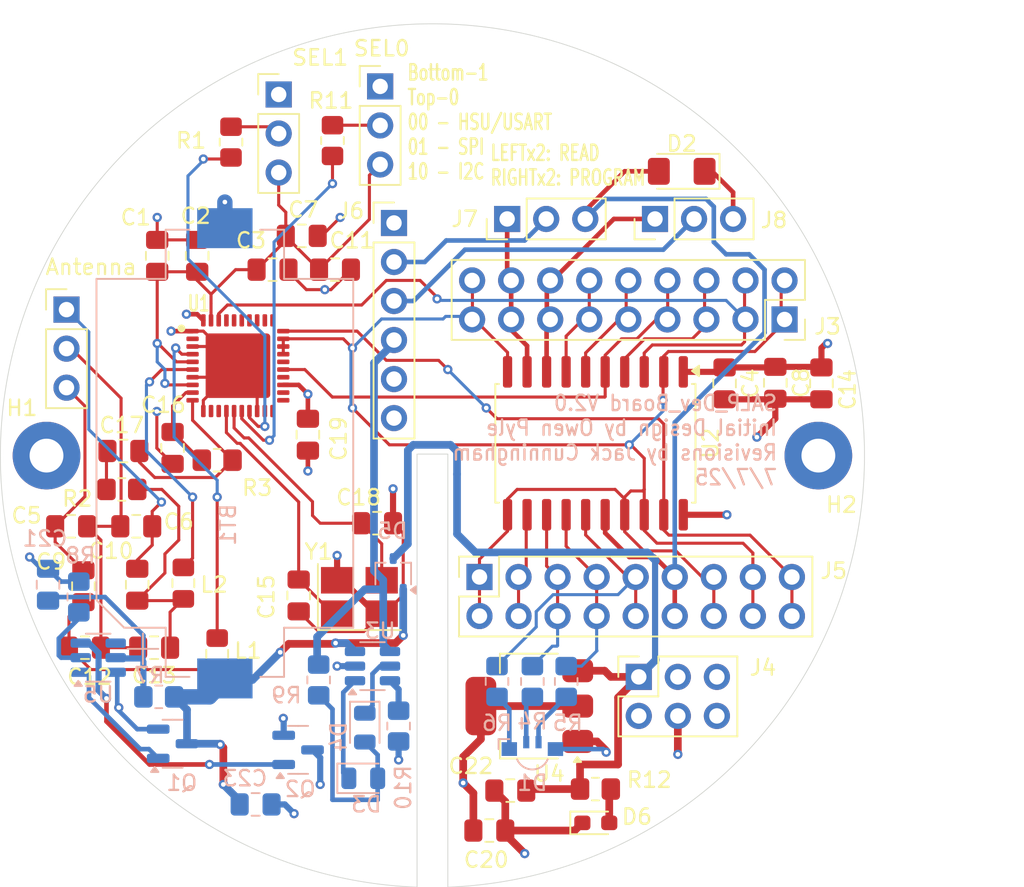
<source format=kicad_pcb>
(kicad_pcb (version 20240108) (generator "pcbnew") (generator_version "8.0")
  (title_block (date "2025-07-02"))
  (layers (0 "F.Cu" signal "Front_Signal") (1 "In1.Cu" power) (2 "In2.Cu" power) (31 "B.Cu" signal "Back_Signal") (34 "B.Paste" user) (35 "F.Paste" user) (36 "B.SilkS" user "B.Silkscreen") (37 "F.SilkS" user "F.Silkscreen") (38 "B.Mask" user) (39 "F.Mask" user) (44 "Edge.Cuts" user))
  (net 0 "")
  (net 1 "GND")
  (net 2 "+BAT")
  (net 3 "VCC")
  (net 4 "/VMID")
  (net 5 "/RX")
  (net 6 "/OSCIN")
  (net 7 "/OSCOUT")
  (net 8 "+3.3V")
  (net 9 "/PA0")
  (net 10 "Net-(D2-K)")
  (net 11 "Net-(D3-K)")
  (net 12 "/PB3")
  (net 13 "/PA5")
  (net 14 "/PA7")
  (net 15 "/PB2")
  (net 16 "/PA6")
  (net 17 "/PB4")
  (net 18 "/PB5")
  (net 19 "/PC3")
  (net 20 "/PC0")
  (net 21 "/PA3")
  (net 22 "/M_SCL")
  (net 23 "/PC2")
  (net 24 "/PC1")
  (net 25 "/V_USB")
  (net 26 "/TX1")
  (net 27 "/TX2")
  (net 28 "Net-(Q1-G)")
  (net 29 "Net-(Q2-G)")
  (net 30 "/AVDD")
  (net 31 "Net-(J1-Pin_2)")
  (net 32 "Net-(J1-Pin_3)")
  (net 33 "Net-(J1-Pin_1)")
  (net 34 "Net-(C12-Pad1)")
  (net 35 "Net-(C10-Pad2)")
  (net 36 "Net-(C17-Pad1)")
  (net 37 "Net-(U5-VCC)")
  (net 38 "Net-(D1-G)")
  (net 39 "Net-(D1-B)")
  (net 40 "Net-(D1-R)")
  (net 41 "Net-(D3-A)")
  (net 42 "Net-(D4-K)")
  (net 43 "Net-(D6-A)")
  (net 46 "Net-(J6-Pin_3)")
  (net 47 "Net-(J6-Pin_2)")
  (net 48 "Net-(J9-Pin_2)")
  (net 49 "Net-(J10-Pin_2)")
  (net 50 "/I1")
  (net 51 "Net-(U5-CS)")
  (net 52 "Net-(U3-PROG)")
  (net 53 "/I0")
  (footprint "Connector_PinSocket_2.54mm:PinSocket_2x09_P2.54mm_Vertical" (layer "F.Cu") (at 192.9 81.14 -90)
    (property "Reference" "J3")
    (property "Value" "ATTINY3226" (hide yes))
  )
  (footprint "Capacitor_SMD:C_0805_2012Metric_Pad1.18x1.45mm_HandSolder" (layer "F.Cu") (at 150.7375 94.6)
    (property "Reference" "C6")
    (property "Value" "200p")
  )
  (footprint "Connector_PinHeader_2.54mm:PinHeader_1x06_P2.54mm_Vertical" (layer "F.Cu") (at 167.5 74.86)
    (property "Reference" "J6")
    (property "Value" "~")
  )
  (footprint "Capacitor_SMD:C_0805_2012Metric_Pad1.18x1.45mm_HandSolder" (layer "F.Cu") (at 175.063486 111.8 180)
    (property "Reference" "C22")
    (property "Value" "100nF")
  )
  (footprint "MountingHole:MountingHole_2.2mm_M2_Pad" (layer "F.Cu") (at 195.1 90)
    (property "Reference" "H2")
    (property "Value" "MountingHole_Pad" (hide yes))
  )
  (footprint "Capacitor_SMD:C_0805_2012Metric_Pad1.18x1.45mm_HandSolder" (layer "F.Cu") (at 195.3 85.3 -90)
    (property "Reference" "C14")
    (property "Value" "1uF")
  )
  (footprint "PN532:QFN40G-0.5-6X6MM" (layer "F.Cu") (at 157.35 84.15)
    (property "Reference" "U1")
    (property "Value" "PN5321A3HN/C106_55")
  )
  (footprint "Capacitor_SMD:C_0805_2012Metric_Pad1.18x1.45mm_HandSolder" (layer "F.Cu") (at 150.8 98.4 -90)
    (property "Reference" "C10")
    (property "Value" "22p")
  )
  (footprint "Capacitor_SMD:C_0805_2012Metric_Pad1.18x1.45mm_HandSolder" (layer "F.Cu") (at 146.5 94.6)
    (property "Reference" "C5")
    (property "Value" "200p")
  )
  (footprint "Resistor_SMD:R_0805_2012Metric_Pad1.20x1.40mm_HandSolder" (layer "F.Cu") (at 163.5 69.5 -90)
    (property "Reference" "R11")
    (property "Value" "1k")
  )
  (footprint "Capacitor_SMD:C_0805_2012Metric_Pad1.18x1.45mm_HandSolder" (layer "F.Cu") (at 163.6625 77.9)
    (property "Reference" "C11")
    (property "Value" "4.7uF")
  )
  (footprint "Capacitor_SMD:C_0805_2012Metric_Pad1.18x1.45mm_HandSolder" (layer "F.Cu") (at 166.4 94.4)
    (property "Reference" "C18")
    (property "Value" "22pF")
  )
  (footprint "Inductor_SMD:L_0805_2012Metric_Pad1.15x1.40mm_HandSolder" (layer "F.Cu") (at 153.8 98.3 90)
    (property "Reference" "L2")
    (property "Value" "560nH")
  )
  (footprint "Capacitor_SMD:C_0805_2012Metric_Pad1.18x1.45mm_HandSolder" (layer "F.Cu") (at 161.5 75.7)
    (property "Reference" "C7")
    (property "Value" "100nF")
  )
  (footprint "Capacitor_SMD:C_0805_2012Metric_Pad1.18x1.45mm_HandSolder" (layer "F.Cu") (at 159.6 77.9)
    (property "Reference" "C3")
    (property "Value" "4.7uF")
  )
  (footprint "Connector_PinHeader_2.54mm:PinHeader_1x03_P2.54mm_Vertical" (layer "F.Cu") (at 146.2 80.5)
    (property "Reference" "Antenna")
    (property "Value" "Antenna")
  )
  (footprint "Capacitor_SMD:C_0805_2012Metric_Pad1.18x1.45mm_HandSolder" (layer "F.Cu") (at 147.3 98.5 -90)
    (property "Reference" "C9")
    (property "Value" "22p")
  )
  (footprint "Resistor_SMD:R_0805_2012Metric_Pad1.20x1.40mm_HandSolder" (layer "F.Cu") (at 156 90.3)
    (property "Reference" "R3")
    (property "Value" "1K")
  )
  (footprint "Resistor_SMD:R_0805_2012Metric_Pad1.20x1.40mm_HandSolder" (layer "F.Cu") (at 149.8 92.2 180)
    (property "Reference" "R2")
    (property "Value" "2.7K")
  )
  (footprint "Capacitor_SMD:C_0805_2012Metric_Pad1.18x1.45mm_HandSolder" (layer "F.Cu") (at 189 85.3 -90)
    (property "Reference" "C4")
    (property "Value" "10nF")
  )
  (footprint "Connector_PinHeader_2.54mm:PinHeader_1x03_P2.54mm_Vertical" (layer "F.Cu") (at 166.6 65.975)
    (property "Reference" "SEL0")
    (property "Value" "COMM_SEL_0")
  )
  (footprint "Resistor_SMD:R_0805_2012Metric_Pad1.20x1.40mm_HandSolder" (layer "F.Cu") (at 156.9 69.6 -90)
    (property "Reference" "R1")
    (property "Value" "1k")
  )
  (footprint "Connector_PinHeader_2.54mm:PinHeader_1x03_P2.54mm_Vertical" (layer "F.Cu") (at 174.86 74.6 90)
    (property "Reference" "J7")
    (property "Value" "READ/WRITE")
  )
  (footprint "Capacitor_SMD:C_0805_2012Metric_Pad1.18x1.45mm_HandSolder" (layer "F.Cu") (at 173.7 114.4)
    (property "Reference" "C20")
    (property "Value" "10uF")
  )
  (footprint "Capacitor_SMD:C_0805_2012Metric_Pad1.18x1.45mm_HandSolder" (layer "F.Cu") (at 149.9 89.7)
    (property "Reference" "C17")
    (property "Value" "1n")
  )
  (footprint "Inductor_SMD:L_0805_2012Metric_Pad1.15x1.40mm_HandSolder" (layer "F.Cu") (at 156 102.9 90)
    (property "Reference" "L1")
    (property "Value" "560nH")
  )
  (footprint "Diode_SMD:D_1206_3216Metric_Pad1.42x1.75mm_HandSolder" (layer "F.Cu") (at 186.2125 71.5 180)
    (property "Reference" "D2")
    (property "Value" "BZS55C5V1" (hide yes))
  )
  (footprint "LED_SMD:LED_0603_1608Metric_Pad1.05x0.95mm_HandSolder" (layer "F.Cu") (at 180.625 113.9)
    (property "Reference" "D6")
    (property "Value" "LED")
  )
  (footprint "Crystal:Crystal_SMD_SeikoEpson_TSX3225-4Pin_3.2x2.5mm_HandSoldering" (layer "F.Cu") (at 165.25 99.2)
    (property "Reference" "Y1")
    (property "Value" "27.12 MHz")
  )
  (footprint "Resistor_SMD:R_0805_2012Metric_Pad1.20x1.40mm_HandSolder" (layer "F.Cu") (at 180.6 111.7)
    (property "Reference" "R12")
    (property "Value" "560")
  )
  (footprint "Capacitor_SMD:C_0805_2012Metric_Pad1.18x1.45mm_HandSolder" (layer "F.Cu") (at 161.3 99.1 -90)
    (property "Reference" "C15")
    (property "Value" "22pF")
  )
  (footprint "Package_TO_SOT_SMD:SOT-223-3_TabPin2" (layer "F.Cu") (at 176.3 106.3 180)
    (property "Reference" "U4")
    (property "Value" "LD1117S33TR")
  )
  (footprint "Capacitor_SMD:C_0805_2012Metric_Pad1.18x1.45mm_HandSolder" (layer "F.Cu") (at 192.3 85.2625 -90)
    (property "Reference" "C8")
    (property "Value" "100nF")
  )
  (footprint "Capacitor_SMD:C_0805_2012Metric_Pad1.18x1.45mm_HandSolder" (layer "F.Cu") (at 161.9 88.6375 90)
    (property "Reference" "C19")
    (property "Value" "100nF")
  )
  (footprint "Capacitor_SMD:C_0805_2012Metric_Pad1.18x1.45mm_HandSolder" (layer "F.Cu") (at 147.4 102.5)
    (property "Reference" "C12")
    (property "Value" "220p")
  )
  (footprint "Connector_PinHeader_2.54mm:PinHeader_1x03_P2.54mm_Vertical" (layer "F.Cu") (at 160 66.5)
    (property "Reference" "SEL1")
    (property "Value" "COMM_SEL_1")
  )
  (footprint "Capacitor_SMD:C_0805_2012Metric_Pad1.18x1.45mm_HandSolder" (layer "F.Cu") (at 152.1 77 90)
    (property "Reference" "C1")
    (property "Value" "100 nF")
  )
  (footprint "Capacitor_SMD:C_0805_2012Metric_Pad1.18x1.45mm_HandSolder" (layer "F.Cu") (at 153.1 89.5 -90)
    (property "Reference" "C16")
    (property "Value" ".1u")
  )
  (footprint "Capacitor_SMD:C_0805_2012Metric_Pad1.18x1.45mm_HandSolder" (layer "F.Cu") (at 154.7 77 90)
    (property "Reference" "C2")
    (property "Value" "100 nF")
  )
  (footprint "Connector_PinSocket_2.54mm:PinSocket_2x03_P2.54mm_Vertical" (layer "F.Cu") (at 183.42 104.4 90)
    (property "Reference" "J4")
    (property "Value" "POWER")
  )
  (footprint "MountingHole:MountingHole_2.2mm_M2_Pad" (layer "F.Cu") (at 144.9 90)
    (property "Reference" "H1")
    (property "Value" "MountingHole_Pad" (hide yes))
  )
  (footprint "Connector_PinSocket_2.54mm:PinSocket_2x09_P2.54mm_Vertical" (layer "F.Cu") (at 173.06 97.9 90)
    (property "Reference" "J5")
    (property "Value" "ATTINY3226" (hide yes))
  )
  (footprint "Capacitor_SMD:C_0805_2012Metric_Pad1.18x1.45mm_HandSolder" (layer "F.Cu") (at 151.9 102.5)
    (property "Reference" "C13")
    (property "Value" "220p")
  )
  (footprint "Connector_PinHeader_2.54mm:PinHeader_1x03_P2.54mm_Vertical" (layer "F.Cu") (at 184.475 74.6 90)
    (property "Reference" "J8")
    (property "Value" "READ/WRITE" (hide yes))
  )
  (footprint "Package_SO:SOIC-20W_7.5x12.8mm_P1.27mm" (layer "F.Cu") (at 180.6 89.2 -90)
    (property "Reference" "U2")
    (property "Value" "ATtiny3226-S" (hide yes))
  )
  (footprint "Resistor_SMD:R_0805_2012Metric_Pad1.20x1.40mm_HandSolder" (layer "B.Cu") (at 162.6 104.6 90)
    (property "Reference" "R9")
    (property "Value" "1k")
  )
  (footprint "Battery:BatteryHolder_Keystone_1060_1x2032" (layer "B.Cu") (at 156.5 89.85 90)
    (property "Reference" "BT1")
    (property "Value" "Battery")
  )
  (footprint "Resistor_SMD:R_0805_2012Metric_Pad1.20x1.40mm_HandSolder" (layer "B.Cu") (at 167.8 107.6 90)
    (property "Reference" "R10")
    (property "Value" "3.9k")
  )
  (footprint "LED_SMD:LED_0805_2012Metric" (layer "B.Cu") (at 165.5 111)
    (property "Reference" "D3")
    (property "Value" "LED")
  )
  (footprint "LED_SMD:LED_0805_2012Metric" (layer "B.Cu") (at 165.6 107.7 -90)
    (property "Reference" "D4")
    (property "Value" "LED")
  )
  (footprint "Package_TO_SOT_SMD:SOT-23" (layer "B.Cu") (at 153.1 108.75)
    (property "Reference" "Q1")
    (property "Value" "IRLML6402")
  )
  (footprint "LED_SMD:LED_Kingbright_APFA3010_3x1.5mm_Horizontal" (layer "B.Cu") (at 176.5 109.098223)
    (property "Reference" "D1")
    (property "Value" "APFA3010")
  )
  (footprint "Resistor_SMD:R_0805_2012Metric_Pad1.20x1.40mm_HandSolder" (layer "B.Cu") (at 147 99.2 -90)
    (property "Reference" "R8")
    (property "Value" "1k")
  )
  (footprint "Package_TO_SOT_SMD:SOT-323_SC-70" (layer "B.Cu") (at 167.45 97.7 90)
    (property "Reference" "D5")
    (property "Value" "BAT54CW")
  )
  (footprint "Resistor_SMD:R_0805_2012Metric_Pad1.20x1.40mm_HandSolder" (layer "B.Cu") (at 178.7 104.700001 90)
    (property "Reference" "R5")
    (property "Value" "10")
  )
  (footprint "Package_TO_SOT_SMD:TSOT-23-6" (layer "B.Cu") (at 166.1 103.7)
    (property "Reference" "U3")
    (property "Value" "TP4057")
  )
  (footprint "Package_TO_SOT_SMD:SOT-23" (layer "B.Cu") (at 161.2625 109.15)
    (property "Reference" "Q2")
    (property "Value" "IRLML6402")
  )
  (footprint "Capacitor_SMD:C_0805_2012Metric_Pad1.18x1.45mm_HandSolder" (layer "B.Cu") (at 158.5 112.7 180)
    (property "Reference" "C23")
    (property "Value" "10 uF")
  )
  (footprint "Resistor_SMD:R_0805_2012Metric_Pad1.20x1.40mm_HandSolder" (layer "B.Cu") (at 176.5 104.700001 90)
    (property "Reference" "R4")
    (property "Value" "10")
  )
  (footprint "Package_TO_SOT_SMD:SOT-23-6" (layer "B.Cu") (at 148.2625 103.15)
    (property "Reference" "U5")
    (property "Value" "DW01A")
  )
  (footprint "Resistor_SMD:R_0805_2012Metric_Pad1.20x1.40mm_HandSolder" (layer "B.Cu") (at 174.2 104.700001 90)
    (property "Reference" "R6")
    (property "Value" "68")
  )
  (footprint "Capacitor_SMD:C_0805_2012Metric_Pad1.18x1.45mm_HandSolder" (layer "B.Cu") (at 145 98.4 -90)
    (property "Reference" "C21")
    (property "Value" "0.1 uF")
  )
  (footprint "Resistor_SMD:R_0805_2012Metric_Pad1.20x1.40mm_HandSolder" (layer "B.Cu") (at 152.2 105.7 180)
    (property "Reference" "R7")
    (property "Value" "100")
  )
  (gr_line (start 169 89.9) (end 171 89.9) (stroke (width 0.05)) (layer "Edge.Cuts"))
  (gr_line (start 169.000633 118.082222) (end 169 89.9) (stroke (width 0.05)) (layer "Edge.Cuts"))
  (gr_line (start 171 89.9) (end 170.999367 118.082222) (stroke (width 0.05)) (layer "Edge.Cuts"))
  (gr_arc (start 169.000633 118.082222) (mid 170 61.900001) (end 170.999367 118.082222) (stroke (width 0.05)) (layer "Edge.Cuts"))
  (gr_text "SALP_Dev_Board V2.0\nInitial Design by Owen Pyle\nRevisions by Jack Cunningham\n7/7/25" (at 192.5 92 0) (layer "B.SilkS") (effects (font (size 1 0.9) (thickness 0.153) (bold yes)) (justify left bottom mirror)))
  (gr_text "Bottom-1\nTop-0\n00 - HSU/USART\n01 - SPI\n10 - I2C" (at 168.3 72.1 0) (layer "F.SilkS") (effects (font (size 1 0.7) (thickness 0.153) (bold yes)) (justify left bottom)))
  (gr_text "LEFTx2: READ\nRIGHTx2: PROGRAM" (at 173.7 72.5 0) (layer "F.SilkS") (effects (font (size 1 0.7) (thickness 0.153) (bold yes)) (justify left bottom)))
  (segment (start 163.8 98.1125) (end 163.8 96.5) (width 0.4) (layer "F.Cu") (net 1))
  (segment (start 161.8 79.2) (end 160.6375 78.0375) (width 0.2) (layer "F.Cu") (net 1))
  (segment (start 163 79.2) (end 163.4 79.2) (width 0.2) (layer "F.Cu") (net 1))
  (segment (start 168.1 99.075) (end 168.1 95.0625) (width 0.2) (layer "F.Cu") (net 1))
  (segment (start 163.4 79.2) (end 164.7 77.9) (width 0.2) (layer "F.Cu") (net 1))
  (segment (start 154.4 81.9) (end 155.1 81.9) (width 0.2) (layer "F.Cu") (net 1))
  (segment (start 179.25 114.4) (end 179.75 113.9) (width 0.5) (layer "F.Cu") (net 1))
  (segment (start 155.1 87.1) (end 155.1 86.4) (width 0.2) (layer "F.Cu") (net 1))
  (segment (start 165.5375 101.45) (end 166.7 100.2875) (width 0.2) (layer "F.Cu") (net 1))
  (segment (start 163.8 96.5) (end 163.8 96.6) (width 0.2) (layer "F.Cu") (net 1))
  (segment (start 168.1 95.0625) (end 167.4375 94.4) (width 0.2) (layer "F.Cu") (net 1))
  (segment (start 192.2625 86.3375) (end 192.3 86.3) (width 0.2) (layer "F.Cu") (net 1))
  (segment (start 158.6 85.4) (end 157.35 84.15) (width 0.2) (layer "F.Cu") (net 1))
  (segment (start 162.8 75.7) (end 164 74.5) (width 0.2) (layer "F.Cu") (net 1))
  (segment (start 174.7375 114.6375) (end 176 115.9) (width 0.5) (layer "F.Cu") (net 1))
  (segment (start 189.15 93.85) (end 186.315 93.85) (width 0.4) (layer "F.Cu") (net 1))
  (segment (start 174.7375 114.4) (end 179.25 114.4) (width 0.5) (layer "F.Cu") (net 1))
  (segment (start 192.3 86.3) (end 192.4 86.3) (width 0.2) (layer "F.Cu") (net 1))
  (segment (start 166.3125 100.2875) (end 164.1375 98.1125) (width 0.4) (layer "F.Cu") (net 1))
  (segment (start 174.7375 114.4) (end 174.7375 112.511514) (width 0.5) (layer "F.Cu") (net 1))
  (segment (start 167.4375 92.1625) (end 167.4375 94.4) (width 0.4) (layer "F.Cu") (net 1))
  (segment (start 156.6 84.9) (end 157.35 84.15) (width 0.2) (layer "F.Cu") (net 1))
  (segment (start 152.1 75.9625) (end 154.7 75.9625) (width 0.2) (layer "F.Cu") (net 1))
  (segment (start 174.7375 114.4) (end 174.7375 114.6375) (width 0.5) (layer "F.Cu") (net 1))
  (segment (start 161.3 100.1375) (end 162.6125 101.45) (width 0.2) (layer "F.Cu") (net 1))
  (segment (start 153 81.9) (end 154.4 81.9) (width 0.3) (layer "F.Cu") (net 1))
  (segment (start 192.3 86.3) (end 192.3 87.6) (width 0.4) (layer "F.Cu") (net 1))
  (segment (start 154.4 82.9) (end 156.1 82.9) (width 0.2) (layer "F.Cu") (net 1))
  (segment (start 189 86.3375) (end 192.2625 86.3375) (width 0.4) (layer "F.Cu") (net 1))
  (segment (start 192.3 87.6) (end 191.1 88.8) (width 0.4) (layer "F.Cu") (net 1))
  (segment (start 162.6125 101.45) (end 165.5375 101.45) (width 0.2) (layer "F.Cu") (net 1))
  (segment (start 158.6 87.1) (end 158.6 85.4) (width 0.2) (layer "F.Cu") (net 1))
  (segment (start 153 81.9) (end 153 81.7) (width 0.2) (layer "F.Cu") (net 1))
  (segment (start 164.7 77.9) (end 165.0375 77.9) (width 0.2) (layer "F.Cu") (net 1))
  (segment (start 192.4 86.3) (end 192.4375 86.3375) (width 0.2) (layer "F.Cu") (net 1))
  (segment (start 152.075 89.5125) (end 153.1 90.5375) (width 0.2) (layer "F.Cu") (net 1))
  (segment (start 181.3 109.3) (end 181.4 109.3) (width 0.2) (layer "F.Cu") (net 1))
  (segment (start 154.4 84.9) (end 156.6 84.9) (width 0.2) (layer "F.Cu") (net 1))
  (segment (start 155.1 81.9) (end 157.35 84.15) (width 0.2) (layer "F.Cu") (net 1))
  (segment (start 155.1 86.4) (end 157.35 84.15) (width 0.2) (layer "F.Cu") (net 1))
  (segment (start 180.7 108.6) (end 181.3 109.2) (width 0.5) (layer "F.Cu") (net 1))
  (segment (start 181.4 109.3) (end 181.3 109.2) (width 0.2) (layer "F.Cu") (net 1))
  (segment (start 152.1 75.9625) (end 152.1 74.5) (width 0.2) (layer "F.Cu") (net 1))
  (segment (start 166.7 100.2875) (end 166.8875 100.2875) (width 0.2) (layer "F.Cu") (net 1))
  (segment (start 174.7375 112.511514) (end 174.025986 111.8) (width 0.5) (layer "F.Cu") (net 1))
  (segment (start 179.45 108.6) (end 180.7 108.6) (width 0.5) (layer "F.Cu") (net 1))
  (segment (start 164.1375 98.1125) (end 163.8 98.1125) (width 0.2) (layer "F.Cu") (net 1))
  (segment (start 166.8875 100.2875) (end 168.1 99.075) (width 0.2) (layer "F.Cu") (net 1))
  (segment (start 161.9 91) (end 161.9 89.675) (width 0.3) (layer "F.Cu") (net 1))
  (segment (start 166.7 100.2875) (end 166.3125 100.2875) (width 0.2) (layer "F.Cu") (net 1))
  (segment (start 152.075 87.125) (end 152.075 89.5125) (width 0.2) (layer "F.Cu") (net 1))
  (segment (start 162.5375 75.7) (end 162.8 75.7) (width 0.2) (layer "F.Cu") (net 1))
  (segment (start 163 79.2) (end 161.8 79.2) (width 0.2) (layer "F.Cu") (net 1))
  (segment (start 156.1 82.9) (end 157.35 84.15) (width 0.2) (layer "F.Cu") (net 1))
  (segment (start 181.3 109.2) (end 181.3 109.3) (width 0.2) (layer "F.Cu") (net 1))
  (segment (start 160.6375 78.0375) (end 160.6375 77.9) (width 0.2) (layer "F.Cu") (net 1))
  (segment (start 192.4375 86.3375) (end 195.3 86.3375) (width 0.4) (layer "F.Cu") (net 1))
  (via (at 191.1 88.8) (size 0.6) (drill 0.3) (layers "F.Cu" "B.Cu") (net 1))
  (via (at 164 74.5) (size 0.6) (drill 0.3) (layers "F.Cu" "B.Cu") (net 1))
  (via (at 163.8 103.7) (size 0.6) (drill 0.3) (layers "F.Cu" "B.Cu") (net 1))
  (via (at 143.8 96.6) (size 0.6) (drill 0.3) (layers "F.Cu" "B.Cu") (net 1))
  (via (at 163 79.2) (size 0.6) (drill 0.3) (layers "F.Cu" "B.Cu") (net 1))
  (via (at 149.6 106.4) (size 0.6) (drill 0.3) (layers "F.Cu" "B.Cu") (net 1))
  (via (at 167.4375 92.1625) (size 0.6) (drill 0.3) (layers "F.Cu" "B.Cu") (net 1))
  (via (at 161.9 91) (size 0.6) (drill 0.3) (layers "F.Cu" "B.Cu") (net 1))
  (via (at 167.8 109.8) (size 0.6) (drill 0.3) (layers "F.Cu" "B.Cu") (net 1))
  (via (at 176 115.9) (size 0.6) (drill 0.3) (layers "F.Cu" "B.Cu") (net 1))
  (via (at 181.3 109.3) (size 0.6) (drill 0.3) (layers "F.Cu" "B.Cu") (net 1))
  (via (at 153 81.9) (size 0.6) (drill 0.3) (layers "F.Cu" "B.Cu") (net 1))
  (via (at 161 113.3) (size 0.6) (drill 0.3) (layers "F.Cu" "B.Cu") (net 1))
  (via (at 189.15 93.85) (size 0.6) (drill 0.3) (layers "F.Cu" "B.Cu") (net 1))
  (via (at 163.8 96.5) (size 0.6) (drill 0.3) (layers "F.Cu" "B.Cu") (net 1))
  (via (at 152.1 74.5) (size 0.6) (drill 0.3) (layers "F.Cu" "B.Cu") (net 1))
  (via (at 156.5 73.5) (size 0.6) (drill 0.3) (layers "F.Cu" "B.Cu") (net 1))
  (via (at 152.075 87.125) (size 0.6) (drill 0.3) (layers "F.Cu" "B.Cu") (net 1))
  (via (at 160.3 107.1) (size 0.6) (drill 0.3) (layers "F.Cu" "B.Cu") (net 1))
  (segment (start 149.6 106.4) (end 149.6 106.6) (width 0.3) (layer "B.Cu") (net 1))
  (segment (start 145 97.5625) (end 145.2625 97.5625) (width 0.2) (layer "B.Cu") (net 1))
  (segment (start 149.5 106.3) (end 149.5 104.2) (width 0.3) (layer "B.Cu") (net 1))
  (segment (start 160.2 107.1) (end 160.3 107.2) (width 0.2) (layer "B.Cu") (net 1))
  (segment (start 145.8375 98.2) (end 147 98.2) (width 0.3) (layer "B.Cu") (net 1))
  (segment (start 156.5 73.5) (end 156.5 75) (width 1) (layer "B.Cu") (net 1))
  (segment (start 149.5 104.2) (end 149.4 104.1) (width 0.3) (layer "B.Cu") (net 1))
  (segment (start 160.325 108.2) (end 160.325 107.225) (width 0.4) (layer "B.Cu") (net 1))
  (segment (start 145.2625 97.625) (end 145.8375 98.2) (width 0.3) (layer "B.Cu") (net 1))
  (segment (start 150.8 107.8) (end 151.7 107.8) (width 0.3) (layer "B.Cu") (net 1))
  (segment (start 178 109.098223) (end 181.098223 109.098223) (width 0.3) (layer "B.Cu") (net 1))
  (segment (start 167.8 108.6) (end 167.8 109.8) (width 0.4) (layer "B.Cu") (net 1))
  (segment (start 161 113.3) (end 160.9 113.2) (width 0.2) (layer "B.Cu") (net 1))
  (segment (start 160.4 112.7) (end 161 113.3) (width 0.4) (layer "B.Cu") (net 1))
  (segment (start 144.7625 97.5625) (end 143.8 96.6) (width 0.3) (layer "B.Cu") (net 1))
  (segment (start 160.3 107.2) (end 160.3 107.1) (width 0.2) (layer "B.Cu") (net 1))
  (segment (start 160.3 107.1) (end 160.2 107.1) (width 0.2) (layer "B.Cu") (net 1))
  (segment (start 159.5375 112.7) (end 160.4 112.7) (width 0.4) (layer "B.Cu") (net 1))
  (segment (start 181.098223 109.098223) (end 181.3 109.3) (width 0.3) (layer "B.Cu") (net 1))
  (segment (start 145.2625 97.5625) (end 145.2625 97.625) (width 0.3) (layer "B.Cu") (net 1))
  (segment (start 160.325 107.225) (end 160.3 107.2) (width 0.2) (layer "B.Cu") (net 1))
  (segment (start 163.8 103.7) (end 164.9625 103.7) (width 0.4) (layer "B.Cu") (net 1))
  (segment (start 149.6 106.6) (end 150.8 107.8) (width 0.3) (layer "B.Cu") (net 1))
  (segment (start 149.6 106.4) (end 149.5 106.3) (width 0.3) (layer "B.Cu") (net 1))
  (segment (start 151.7 107.8) (end 152.1625 107.8) (width 0.2) (layer "B.Cu") (net 1))
  (segment (start 156.4 111.4) (end 156.4 109) (width 0.5) (layer "F.Cu") (net 2))
  (segment (start 168.1 101.7) (end 167.6 102.2) (width 0.5) (layer "F.Cu") (net 2))
  (segment (start 156.4 109) (end 156.2 108.8) (width 0.5) (layer "F.Cu") (net 2))
  (segment (start 160.1 102.8) (end 160.65 102.25) (width 0.5) (layer "F.Cu") (net 2))
  (segment (start 167.6 102.2) (end 163.7 102.2) (width 0.5) (layer "F.Cu") (net 2))
  (segment (start 160.65 102.25) (end 163.7 102.25) (width 0.5) (layer "F.Cu") (net 2))
  (via (at 160.1 102.8) (size 0.6) (drill 0.3) (layers "F.Cu" "B.Cu") (net 2))
  (via (at 156.2 108.8) (size 0.6) (drill 0.3) (layers "F.Cu" "B.Cu") (net 2))
  (via (at 156.4 111.4) (size 0.6) (drill 0.3) (layers "F.Cu" "B.Cu") (net 2))
  (via (at 163.7 102.2) (size 0.6) (drill 0.3) (layers "F.Cu" "B.Cu") (net 2))
  (via (at 168.1 101.7) (size 0.6) (drill 0.3) (layers "F.Cu" "B.Cu") (net 2))
  (segment (start 157.4625 112.4625) (end 156.4 111.4) (width 0.5) (layer "B.Cu") (net 2))
  (segment (start 156.7 104.5) (end 156.9 104.5) (width 1) (layer "B.Cu") (net 2))
  (segment (start 155.5 105.7) (end 156.7 104.5) (width 1) (layer "B.Cu") (net 2))
  (segment (start 153.2 105.7) (end 155.5 105.7) (width 1) (layer "B.Cu") (net 2))
  (segment (start 157 104.6) (end 158.3 104.6) (width 0.5) (layer "B.Cu") (net 2))
  (segment (start 168.1 101.7) (end 168.1 98.7) (width 0.5) (layer "B.Cu") (net 2))
  (segment (start 164.9625 102.75) (end 164.4125 102.2) (width 0.5) (layer "B.Cu") (net 2))
  (segment (start 156.15 108.75) (end 156.2 108.8) (width 0.2) (layer "B.Cu") (net 2))
  (segment (start 154.0375 108.75) (end 154.0375 106.5375) (width 0.5) (layer "B.Cu") (net 2))
  (segment (start 163.7 102.2) (end 163.8 102.2) (width 0.2) (layer "B.Cu") (net 2))
  (segment (start 164.4125 102.2) (end 163.7 102.2) (width 0.5) (layer "B.Cu") (net 2))
  (segment (start 154.0375 106.5375) (end 153.2 105.7) (width 0.5) (layer "B.Cu") (net 2))
  (segment (start 154.0375 108.75) (end 156.15 108.75) (width 0.5) (layer "B.Cu") (net 2))
  (segment (start 158.3 104.6) (end 160.1 102.8) (width 0.5) (layer "B.Cu") (net 2))
  (segment (start 157.4625 112.7) (end 157.4625 112.4625) (width 0.2) (layer "B.Cu") (net 2))
  (segment (start 179.6 111.7) (end 176.200986 111.7) (width 0.5) (layer "F.Cu") (net 3))
  (segment (start 182.073081 105.746919) (end 183.42 104.4) (width 0.5) (layer "F.Cu") (net 3))
  (segment (start 183.42 104.4) (end 181.6 104.4) (width 0.5) (layer "F.Cu") (net 3))
  (segment (start 181.2 104) (end 179.45 104) (width 0.5) (layer "F.Cu") (net 3))
  (segment (start 182.073081 110.1) (end 182.073081 105.746919) (width 0.5) (layer "F.Cu") (net 3))
  (segment (start 179.6 111.7) (end 179.6 110.1) (width 0.5) (layer "F.Cu") (net 3))
  (segment (start 176.200986 111.7) (end 176.100986 111.8) (width 0.2) (layer "F.Cu") (net 3))
  (segment (start 179.6 110.1) (end 182.073081 110.1) (width 0.5) (layer "F.Cu") (net 3))
  (segment (start 181.6 104.4) (end 181.2 104) (width 0.5) (layer "F.Cu") (net 3))
  (segment (start 168.4 95.75) (end 167.45 96.7) (width 0.5) (layer "B.Cu") (net 3))
  (segment (start 168.751472 89.3) (end 168.4 89.651472) (width 0.5) (layer "B.Cu") (net 3))
  (segment (start 184.479778 96.907542) (end 184.531642 96.855678) (width 0.4) (layer "B.Cu") (net 3))
  (segment (start 184.531642 103.288358) (end 184.479778 103.236494) (width 0.4) (layer "B.Cu") (net 3))
  (segment (start 171.599971 91.207725) (end 171.600003 89.800002) (width 0.5) (layer "B.Cu") (net 3))
  (segment (start 171.599971 95.099971) (end 171.599971 91.207725) (width 0.5) (layer "B.Cu") (net 3))
  (segment (start 168.4 89.651472) (end 168.4 95.75) (width 0.5) (layer "B.Cu") (net 3))
  (segment (start 183.975964 96.3) (end 172.8 96.3) (width 0.5) (layer "B.Cu") (net 3))
  (segment (start 171.177824 89.3) (end 168.751472 89.3) (width 0.5) (layer "B.Cu") (net 3))
  (segment (start 171.600003 89.722179) (end 171.177824 89.3) (width 0.5) (layer "B.Cu") (net 3))
  (segment (start 171.600003 89.800002) (end 171.600003 89.722179) (width 0.5) (layer "B.Cu") (net 3))
  (segment (start 183.42 104.4) (end 184.531642 103.288358) (width 0.5) (layer "B.Cu") (net 3))
  (segment (start 172.8 96.3) (end 171.599971 95.099971) (width 0.5) (layer "B.Cu") (net 3))
  (segment (start 184.479778 103.236494) (end 184.479778 96.907542) (width 0.4) (layer "B.Cu") (net 3))
  (segment (start 184.531642 96.855678) (end 183.975964 96.3) (width 0.5) (layer "B.Cu") (net 3))
  (segment (start 154.9375 90.3) (end 153.1 88.4625) (width 0.2) (layer "F.Cu") (net 4))
  (segment (start 153.1 86.76759) (end 153.96759 85.9) (width 0.2) (layer "F.Cu") (net 4))
  (segment (start 155 90.3) (end 154.9375 90.3) (width 0.2) (layer "F.Cu") (net 4))
  (segment (start 153.1 88.4625) (end 153.1 86.76759) (width 0.2) (layer "F.Cu") (net 4))
  (segment (start 153.96759 85.9) (end 154.4 85.9) (width 0.2) (layer "F.Cu") (net 4))
  (segment (start 150.9375 90.425) (end 151.9375 91.425) (width 0.2) (layer "F.Cu") (net 5))
  (segment (start 150.9375 89.7) (end 150.9375 90.425) (width 0.2) (layer "F.Cu") (net 5))
  (segment (start 155.875 91.425) (end 157 90.3) (width 0.2) (layer "F.Cu") (net 5))
  (segment (start 151.9375 91.425) (end 155.875 91.425) (width 0.2) (layer "F.Cu") (net 5))
  (segment (start 154.4 87.7) (end 154.4 86.4) (width 0.2) (layer "F.Cu") (net 5))
  (segment (start 157 90.3) (end 154.4 87.7) (width 0.2) (layer "F.Cu") (net 5))
  (segment (start 157.5 89.215256) (end 157.5 89.2) (width 0.2) (layer "F.Cu") (net 6))
  (segment (start 157.3 89.2) (end 156.6 88.5) (width 0.2) (layer "F.Cu") (net 6))
  (segment (start 161.3 98.0625) (end 161.3 93.015256) (width 0.2) (layer "F.Cu") (net 6))
  (segment (start 156.6 88.5) (end 156.6 87.1) (width 0.2) (layer "F.Cu") (net 6))
  (segment (start 157.5 89.2) (end 157.3 89.2) (width 0.2) (layer "F.Cu") (net 6))
  (segment (start 163.525 100.2875) (end 163.8 100.2875) (width 0.2) (layer "F.Cu") (net 6))
  (segment (start 161.3 98.0625) (end 163.525 100.2875) (width 0.2) (layer "F.Cu") (net 6))
  (segment (start 161.3 93.015256) (end 157.5 89.215256) (width 0.2) (layer "F.Cu") (net 6))
  (segment (start 166.7 95.7375) (end 165.3625 94.4) (width 0.2) (layer "F.Cu") (net 7))
  (segment (start 158.05043 88.85043) (end 157.75043 88.85043) (width 0.2) (layer "F.Cu") (net 7))
  (segment (start 162.2 93) (end 158.05043 88.85043) (width 0.2) (layer "F.Cu") (net 7))
  (segment (start 162.7 94.4) (end 162.2 93.9) (width 0.2) (layer "F.Cu") (net 7))
  (segment (start 162.2 93.9) (end 162.2 93) (width 0.2) (layer "F.Cu") (net 7))
  (segment (start 157.75043 88.85043) (end 157.1 88.2) (width 0.2) (layer "F.Cu") (net 7))
  (segment (start 166.7 98.1125) (end 166.7 95.7375) (width 0.2) (layer "F.Cu") (net 7))
  (segment (start 157.1 88.2) (end 157.1 87.1) (width 0.2) (layer "F.Cu") (net 7))
  (segment (start 165.3625 94.4) (end 162.7 94.4) (width 0.2) (layer "F.Cu") (net 7))
  (segment (start 179.45 106.3) (end 173.15 106.3) (width 0.5) (layer "F.Cu") (net 8))
  (segment (start 195.3 84.2625) (end 195.3 83) (width 0.4) (layer "F.Cu") (net 8))
  (segment (start 195.7 82.6) (end 195.6 82.7) (width 0.2) (layer "F.Cu") (net 8))
  (segment (start 195.3 83) (end 195.6 82.7) (width 0.4) (layer "F.Cu") (net 8))
  (segment (start 195.2625 84.225) (end 195.3 84.2625) (width 0.2) (layer "F.Cu") (net 8))
  (segment (start 161.9 86) (end 161.9 87.6) (width 0.3) (layer "F.Cu") (net 8))
  (segment (start 172 111.3) (end 172 109.6) (width 0.5) (layer "F.Cu") (net 8))
  (segment (start 172 109.6) (end 173.15 108.45) (width 0.5) (layer "F.Cu") (net 8))
  (segment (start 172.6625 111.9625) (end 172 111.3) (width 0.5) (layer "F.Cu") (net 8))
  (segment (start 185.96 106.94) (end 185.96 109.44) (width 0.5) (layer "F.Cu") (net 8))
  (segment (start 192.3 84.225) (end 195.2625 84.225) (width 0.4) (layer "F.Cu") (net 8))
  (segment (start 186.315 84.55) (end 188.7125 84.55) (width 0.4) (layer "F.Cu") (net 8))
  (segment (start 161.9 86) (end 161.3 85.4) (width 0.3) (layer "F.Cu") (net 8))
  (segment (start 154.7 80.8) (end 155.1 81.2) (width 0.3) (layer "F.Cu") (net 8))
  (segment (start 172.6625 114.4) (end 172.6625 111.9625) (width 0.5) (layer "F.Cu") (net 8))
  (segment (start 188.7125 84.55) (end 189 84.2625) (width 0.2) (layer "F.Cu") (net 8))
  (segment (start 154 80.8) (end 154.7 80.8) (width 0.3) (layer "F.Cu") (net 8))
  (segment (start 195.6 82.7) (end 195.7 82.7) (width 0.2) (layer "F.Cu") (net 8))
  (segment (start 189 84.2625) (end 192.2625 84.2625) (width 0.4) (layer "F.Cu") (net 8))
  (segment (start 173.15 108.45) (end 173.15 106.3) (width 0.5) (layer "F.Cu") (net 8))
  (segment (start 192.2625 84.2625) (end 192.3 84.225) (width 0.2) (layer "F.Cu") (net 8))
  (segment (start 161.3 85.4) (end 160.3 85.4) (width 0.3) (layer "F.Cu") (net 8))
  (segment (start 195.7 82.7) (end 195.7 82.6) (width 0.2) (layer "F.Cu") (net 8))
  (via (at 161.9 86) (size 0.6) (drill 0.3) (layers "F.Cu" "B.Cu") (net 8))
  (via (at 154 80.8) (size 0.6) (drill 0.3) (layers "F.Cu" "B.Cu") (net 8))
  (via (at 195.7 82.7) (size 0.6) (drill 0.3) (layers "F.Cu" "B.Cu") (net 8))
  (via (at 172 111.3) (size 0.6) (drill 0.3) (layers "F.Cu" "B.Cu") (net 8))
  (via (at 162.7 111.4) (size 0.6) (drill 0.3) (layers "F.Cu" "B.Cu") (net 8))
  (via (at 185.96 109.44) (size 0.6) (drill 0.3) (layers "F.Cu" "B.Cu") (net 8))
  (segment (start 162.2 109.15) (end 162.7 109.65) (width 0.4) (layer "B.Cu") (net 8))
  (segment (start 162.7 109.65) (end 162.7 111.4) (width 0.4) (layer "B.Cu") (net 8))
  (segment (start 162.7 111.4) (end 162.7 111.3) (width 0.2) (layer "B.Cu") (net 8))
  (segment (start 179.94 74.06) (end 182.5 71.5) (width 0.3) (layer "F.Cu") (net 9))
  (segment (start 182.8 96.6) (end 184.46 96.6) (width 0.3) (layer "F.Cu") (net 9))
  (segment (start 181.235 93.85) (end 181.235 94.435) (width 0.2) (layer "F.Cu") (net 9))
  (segment (start 184.725 71.5) (end 184.725 71.385) (width 0.3) (layer "F.Cu") (net 9))
  (segment (start 184.46 96.6) (end 185.76 97.9) (width 0.3) (layer "F.Cu") (net 9))
  (segment (start 185.76 100.44) (end 185.76 97.9) (width 0.3) (layer "F.Cu") (net 9))
  (segment (start 181.235 94.435) (end 181.235 95.035) (width 0.3) (layer "F.Cu") (net 9))
  (segment (start 181.235 95.035) (end 182.8 96.6) (width 0.3) (layer "F.Cu") (net 9))
  (segment (start 179.94 74.6) (end 179.94 74.06) (width 0.3) (layer "F.Cu") (net 9))
  (segment (start 182.5 71.5) (end 184.725 71.5) (width 0.3) (layer "F.Cu") (net 9))
  (segment (start 189.1 76.9) (end 190.6 76.9) (width 0.3) (layer "B.Cu") (net 9))
  (segment (start 188.3 76.1) (end 189.1 76.9) (width 0.3) (layer "B.Cu") (net 9))
  (segment (start 179.94 74.6) (end 181.24 73.3) (width 0.3) (layer "B.Cu") (net 9))
  (segment (start 181.24 73.3) (end 187.8 73.3) (width 0.3) (layer "B.Cu") (net 9))
  (segment (start 191.6 77.9) (end 191.6 82) (width 0.3) (layer "B.Cu") (net 9))
  (segment (start 188.3 73.8) (end 188.3 76.1) (width 0.3) (layer "B.Cu") (net 9))
  (segment (start 191.6 82) (end 185.76 87.84) (width 0.3) (layer "B.Cu") (net 9))
  (segment (start 190.6 76.9) (end 191.6 77.9) (width 0.3) (layer "B.Cu") (net 9))
  (segment (start 187.8 73.3) (end 188.3 73.8) (width 0.3) (layer "B.Cu") (net 9))
  (segment (start 185.76 87.84) (end 185.76 97.9) (width 0.3) (layer "B.Cu") (net 9))
  (segment (start 189.555 74.6) (end 189.555 72.8675) (width 0.3) (layer "F.Cu") (net 10))
  (segment (start 189.555 72.8675) (end 188.1875 71.5) (width 0.3) (layer "F.Cu") (net 10))
  (segment (start 188.1875 71.5) (end 187.7 71.5) (width 0.3) (layer "F.Cu") (net 10))
  (segment (start 164.5625 111) (end 164.2 110.6375) (width 0.3) (layer "B.Cu") (net 11))
  (segment (start 164.2 105.4125) (end 164.9625 104.65) (width 0.3) (layer "B.Cu") (net 11))
  (segment (start 164.2 110.6375) (end 164.2 105.4125) (width 0.3) (layer "B.Cu") (net 11))
  (segment (start 177.425 80.955) (end 177.44 80.94) (width 0.2) (layer "F.Cu") (net 12))
  (segment (start 178 78.4) (end 177.44 78.4) (width 0.2) (layer "F.Cu") (net 12))
  (segment (start 184.475 74.6) (end 181.8 74.6) (width 0.3) (layer "F.Cu") (net 12))
  (segment (start 181.8 74.6) (end 178 78.4) (width 0.3) (layer "F.Cu") (net 12))
  (segment (start 177.44 80.94) (end 177.44 78.4) (width 0.3) (layer "F.Cu") (net 12))
  (segment (start 177.425 84.55) (end 177.425 80.955) (width 0.3) (layer "F.Cu") (net 12))
  (segment (start 169.2 78.6) (end 170.3 79.7) (width 0.2) (layer "F.Cu") (net 13))
  (segment (start 167 78.6) (end 169.2 78.6) (width 0.2) (layer "F.Cu") (net 13))
  (segment (start 190.1 82.8) (end 190.3 82.6) (width 0.2) (layer "F.Cu") (net 13))
  (segment (start 183.775 83.325) (end 184.3 82.8) (width 0.2) (layer "F.Cu") (net 13))
  (segment (start 156.1 80.76759) (end 156.66759 80.2) (width 0.2) (layer "F.Cu") (net 13))
  (segment (start 170.3 79.8) (end 170.4 79.8) (width 0.2) (layer "F.Cu") (net 13))
  (segment (start 165.4 80.2) (end 167 78.6) (width 0.2) (layer "F.Cu") (net 13))
  (segment (start 156.66759 80.2) (end 165.4 80.2) (width 0.2) (layer "F.Cu") (net 13))
  (segment (start 183.775 84.55) (end 183.775 83.325) (width 0.2) (layer "F.Cu") (net 13))
  (segment (start 170.3 79.7) (end 170.3 79.8) (width 0.2) (layer "F.Cu") (net 13))
  (segment (start 170.4 79.8) (end 170.3 79.7) (width 0.2) (layer "F.Cu") (net 13))
  (segment (start 190.3 78.56) (end 190.14 78.4) (width 0.2) (layer "F.Cu") (net 13))
  (segment (start 184.3 82.8) (end 190.1 82.8) (width 0.2) (layer "F.Cu") (net 13))
  (segment (start 190.3 82.6) (end 190.3 78.56) (width 0.2) (layer "F.Cu") (net 13))
  (segment (start 156.1 81.2) (end 156.1 80.76759) (width 0.2) (layer "F.Cu") (net 13))
  (via (at 170.3 79.8) (size 0.6) (drill 0.3) (layers "F.Cu" "B.Cu") (net 13))
  (segment (start 170.4 79.9) (end 189.1 79.9) (width 0.2) (layer "B.Cu") (net 13))
  (segment (start 189.1 79.9) (end 190.14 80.94) (width 0.2) (layer "B.Cu") (net 13))
  (segment (start 170.3 79.8) (end 170.4 79.9) (width 0.2) (layer "B.Cu") (net 13))
  (segment (start 185.28 81.14) (end 185.3 81.12) (width 0.2) (layer "F.Cu") (net 14))
  (segment (start 163.49 86.19) (end 181.21 86.19) (width 0.2) (layer "F.Cu") (net 14))
  (segment (start 181.235 84.55) (end 181.235 83.465) (width 0.2) (layer "F.Cu") (net 14))
  (segment (start 181.235 83.465) (end 182.3 82.4) (width 0.2) (layer "F.Cu") (net 14))
  (segment (start 160.3 84.4) (end 161.7 84.4) (width 0.2) (layer "F.Cu") (net 14))
  (segment (start 185.3 78.64) (end 185.06 78.4) (width 0.2) (layer "F.Cu") (net 14))
  (segment (start 182.3 82.4) (end 183.3 82.4) (width 0.2) (layer "F.Cu") (net 14))
  (segment (start 184.56 81.14) (end 185.28 81.14) (width 0.2) (layer "F.Cu") (net 14))
  (segment (start 161.7 84.4) (end 163.49 86.19) (width 0.2) (layer "F.Cu") (net 14))
  (segment (start 185.3 81.12) (end 185.3 78.64) (width 0.2) (layer "F.Cu") (net 14))
  (segment (start 183.3 82.4) (end 184.56 81.14) (width 0.2) (layer "F.Cu") (net 14))
  (segment (start 181.21 86.19) (end 181.235 86.165) (width 0.2) (layer "F.Cu") (net 14))
  (segment (start 181.235 86.165) (end 181.235 84.55) (width 0.2) (layer "F.Cu") (net 14))
  (segment (start 174.86 78.36) (end 174.9 78.4) (width 0.2) (layer "F.Cu") (net 15))
  (segment (start 176.155 82.855) (end 175.12 81.82) (width 0.3) (layer "F.Cu") (net 15))
  (segment (start 175.12 81.82) (end 175.12 78.62) (width 0.3) (layer "F.Cu") (net 15))
  (segment (start 174.86 74.6) (end 174.86 78.36) (width 0.3) (layer "F.Cu") (net 15))
  (segment (start 175.12 78.62) (end 174.9 78.4) (width 0.3) (layer "F.Cu") (net 15))
  (segment (start 176.155 84.55) (end 176.155 82.855) (width 0.3) (layer "F.Cu") (net 15))
  (segment (start 182.505 83.695) (end 183.8 82.4) (width 0.2) (layer "F.Cu") (net 16))
  (segment (start 183.8 82.4) (end 186.9 82.4) (width 0.2) (layer "F.Cu") (net 16))
  (segment (start 186.9 82.4) (end 187.7 81.6) (width 0.2) (layer "F.Cu") (net 16))
  (segment (start 182.505 84.55) (end 182.505 83.695) (width 0.2) (layer "F.Cu") (net 16))
  (segment (start 187.7 78.5) (end 187.6 78.4) (width 0.2) (layer "F.Cu") (net 16))
  (segment (start 187.7 81.6) (end 187.7 78.5) (width 0.2) (layer "F.Cu") (net 16))
  (segment (start 180.2 78.62) (end 179.98 78.4) (width 0.2) (layer "F.Cu") (net 17))
  (segment (start 178.695 82.225) (end 180.2 80.72) (width 0.2) (layer "F.Cu") (net 17))
  (segment (start 180.2 80.72) (end 180.2 78.62) (width 0.2) (layer "F.Cu") (net 17))
  (segment (start 178.695 84.55) (end 178.695 82.225) (width 0.2) (layer "F.Cu") (net 17))
  (segment (start 179.965 83.315) (end 182.6 80.68) (width 0.2) (layer "F.Cu") (net 18))
  (segment (start 179.965 84.55) (end 179.965 83.315) (width 0.2) (layer "F.Cu") (net 18))
  (segment (start 182.6 78.48) (end 182.52 78.4) (width 0.2) (layer "F.Cu") (net 18))
  (segment (start 182.6 80.68) (end 182.6 78.48) (width 0.2) (layer "F.Cu") (net 18))
  (segment (start 182.7 97.9) (end 183.22 97.9) (width 0.2) (layer "F.Cu") (net 19))
  (segment (start 183.22 100.44) (end 183.22 97.9) (width 0.2) (layer "F.Cu") (net 19))
  (segment (start 179.965 95.165) (end 182.7 97.9) (width 0.2) (layer "F.Cu") (net 19))
  (segment (start 179.965 93.85) (end 179.965 95.165) (width 0.2) (layer "F.Cu") (net 19))
  (segment (start 174.2 103.700001) (end 176.75 101.150001) (width 0.2) (layer "B.Cu") (net 19))
  (segment (start 177.85 99.05) (end 182.07 99.05) (width 0.2) (layer "B.Cu") (net 19))
  (segment (start 176.75 101.150001) (end 176.75 100.15) (width 0.2) (layer "B.Cu") (net 19))
  (segment (start 176.75 100.15) (end 177.85 99.05) (width 0.2) (layer "B.Cu") (net 19))
  (segment (start 182.07 99.05) (end 183.22 97.9) (width 0.2) (layer "B.Cu") (net 19))
  (segment (start 175.6 100.44) (end 175.6 97.9) (width 0.2) (layer "F.Cu") (net 20))
  (segment (start 176.1 93.905) (end 176.155 93.85) (width 0.2) (layer "F.Cu") (net 20))
  (segment (start 176.1 97.4) (end 176.1 93.905) (width 0.2) (layer "F.Cu") (net 20))
  (segment (start 175.6 97.9) (end 176.1 97.4) (width 0.2) (layer "F.Cu") (net 20))
  (segment (start 193.38 100.44) (end 193.38 97.9) (width 0.2) (layer "F.Cu") (net 21))
  (segment (start 167 83.8) (end 170.4 83.8) (width 0.2) (layer "F.Cu") (net 21))
  (segment (start 165.1 81.9) (end 167 83.8) (width 0.2) (layer "F.Cu") (net 21))
  (segment (start 185.375 95.175) (end 185.045 94.845) (width 0.2) (layer "F.Cu") (net 21))
  (segment (start 171 84.4) (end 171.1 84.5) (width 0.2) (layer "F.Cu") (net 21))
  (segment (start 160.3 81.9) (end 165.1 81.9) (width 0.2) (layer "F.Cu") (net 21))
  (segment (start 170.4 83.8) (end 171 84.4) (width 0.2) (layer "F.Cu") (net 21))
  (segment (start 190.655 95.175) (end 185.375 95.175) (width 0.2) (layer "F.Cu") (net 21))
  (segment (start 193.38 97.9) (end 190.655 95.175) (width 0.2) (layer "F.Cu") (net 21))
  (segment (start 174.2 87.6) (end 184.7 87.6) (width 0.2) (layer "F.Cu") (net 21))
  (segment (start 185.045 94.845) (end 185.045 93.85) (width 0.2) (layer "F.Cu") (net 21))
  (segment (start 173.5 86.9) (end 174.2 87.6) (width 0.2) (layer "F.Cu") (net 21))
  (segment (start 184.7 87.6) (end 185.045 87.945) (width 0.2) (layer "F.Cu") (net 21))
  (segment (start 185.045 87.945) (end 185.045 93.85) (width 0.2) (layer "F.Cu") (net 21))
  (via (at 171 84.4) (size 0.6) (drill 0.3) (layers "F.Cu" "B.Cu") (net 21))
  (via (at 173.5 86.9) (size 0.6) (drill 0.3) (layers "F.Cu" "B.Cu") (net 21))
  (segment (start 173.5 86.9) (end 171 84.4) (width 0.2) (layer "B.Cu") (net 21))
  (segment (start 190.84 96.34) (end 190.2 95.7) (width 0.2) (layer "F.Cu") (net 22))
  (segment (start 174.885 93.85) (end 174.885 92.825001) (width 0.2) (layer "F.Cu") (net 22))
  (segment (start 173.06 97.9) (end 173.06 96.74) (width 0.2) (layer "F.Cu") (net 22))
  (segment (start 190.2 95.7) (end 184.600001 95.7) (width 0.2) (layer "F.Cu") (net 22))
  (segment (start 164.8 83) (end 164.2 82.4) (width 0.2) (layer "F.Cu") (net 22))
  (segment (start 174.885 92.825001) (end 175.510001 92.2) (width 0.2) (layer "F.Cu") (net 22))
  (segment (start 182.505 92.825001) (end 182.505 93.85) (width 0.2) (layer "F.Cu") (net 22))
  (segment (start 190.84 100.44) (end 190.84 97.9) (width 0.2) (layer "F.Cu") (net 22))
  (segment (start 182.505 94.955) (end 182.505 93.85) (width 0.2) (layer "F.Cu") (net 22))
  (segment (start 188.3 100.44) (end 188.3 97.9) (width 0.2) (layer "F.Cu") (net 22))
  (segment (start 173.06 100.44) (end 173.06 97.9) (width 0.2) (layer "F.Cu") (net 22))
  (segment (start 183.775 92.2) (end 183.775 90.175) (width 0.2) (layer "F.Cu") (net 22))
  (segment (start 174.885 84.55) (end 174.885 83.285) (width 0.2) (layer "F.Cu") (net 22))
  (segment (start 183.775 94.874999) (end 183.775 93.85) (width 0.2) (layer "F.Cu") (net 22))
  (segment (start 182.505 92.695) (end 182.9 92.3) (width 0.2) (layer "F.Cu") (net 22))
  (segment (start 175.510001 92.2) (end 181.879999 92.2) (width 0.2) (layer "F.Cu") (net 22))
  (segment (start 183.775 90.175) (end 183.2 89.6) (width 0.2) (layer "F.Cu") (net 22))
  (segment (start 185.045 83.525001) (end 185.345001 83.225) (width 0.2) (layer "F.Cu") (net 22))
  (segment (start 182.505 92.825001) (end 182.505 92.695) (width 0.2) (layer "F.Cu") (net 22))
  (segment (start 183.775 93.85) (end 183.775 92.2) (width 0.2) (layer "F.Cu") (net 22))
  (segment (start 188.3 97.9) (end 187.534315 97.9) (width 0.2) (layer "F.Cu") (net 22))
  (segment (start 184.600001 95.7) (end 183.775 94.874999) (width 0.2) (layer "F.Cu") (net 22))
  (segment (start 192.68 81.52) (end 192.68 80.94) (width 0.2) (layer "F.Cu") (net 22))
  (segment (start 182.9 92.3) (end 183.675 92.3) (width 0.2) (layer "F.Cu") (net 22))
  (segment (start 172.6 81.12) (end 172.6 78.64) (width 0.2) (layer "F.Cu") (net 22))
  (segment (start 183.2 89.6) (end 182.9 89.3) (width 0.2) (layer "F.Cu") (net 22))
  (segment (start 167.2 89.3) (end 182.8 89.3) (width 0.2) (layer "F.Cu") (net 22))
  (segment (start 181.879999 92.2) (end 182.505 92.825001) (width 0.2) (layer "F.Cu") (net 22))
  (segment (start 192.68 80.94) (end 192.68 78.4) (width 0.2) (layer "F.Cu") (net 22))
  (segment (start 183.675 92.3) (end 183.775 92.2) (width 0.2) (layer "F.Cu") (net 22))
  (segment (start 172.58 81.14) (end 172.6 81.12) (width 0.2) (layer "F.Cu") (net 22))
  (segment (start 160.3 82.9) (end 160.3 82.4) (width 0.2) (layer "F.Cu") (net 22))
  (segment (start 187.534315 97.9) (end 185.834315 96.2) (width 0.2) (layer "F.Cu") (net 22))
  (segment (start 185.345001 83.225) (end 190.975 83.225) (width 0.2) (layer "F.Cu") (net 22))
  (segment (start 190.975 83.225) (end 192.68 81.52) (width 0.2) (layer "F.Cu") (net 22))
  (segment (start 164.2 82.4) (end 160.3 82.4) (width 0.2) (layer "F.Cu") (net 22))
  (segment (start 185.834315 96.2) (end 183.75 96.2) (width 0.2) (layer "F.Cu") (net 22))
  (segment (start 185 86.4) (end 185 84.595) (width 0.2) (layer "F.Cu") (net 22))
  (segment (start 164.8 86.9) (end 167.2 89.3) (width 0.2) (layer "F.Cu") (net 22))
  (segment (start 190.84 97.9) (end 190.84 96.34) (width 0.2) (layer "F.Cu") (net 22))
  (segment (start 183.75 96.2) (end 182.505 94.955) (width 0.2) (layer "F.Cu") (net 22))
  (segment (start 160.3 83.4) (end 160.3 82.9) (width 0.2) (layer "F.Cu") (net 22))
  (segment (start 174.885 83.285) (end 172.74 81.14) (width 0.2) (layer "F.Cu") (net 22))
  (segment (start 173.06 96.74) (end 174.885 94.915) (width 0.2) (layer "F.Cu") (net 22))
  (segment (start 183.775 93.85) (end 183.725 93.9) (width 0.2) (layer "F.Cu") (net 22))
  (segment (start 172.74 81.14) (end 172.58 81.14) (width 0.2) (layer "F.Cu") (net 22))
  (segment (start 182.555 93.9) (end 182.505 93.85) (width 0.2) (layer "F.Cu") (net 22))
  (segment (start 185.045 84.55) (end 185.045 83.525001) (width 0.2) (layer "F.Cu") (net 22))
  (segment (start 174.885 94.915) (end 174.885 93.85) (width 0.2) (layer "F.Cu") (net 22))
  (segment (start 185 84.595) (end 185.045 84.55) (width 0.2) (layer "F.Cu") (net 22))
  (segment (start 182.9 89.3) (end 182.8 89.3) (width 0.2) (layer "F.Cu") (net 22))
  (via (at 164.8 83) (size 0.6) (drill 0.3) (layers "F.Cu" "B.Cu") (net 22))
  (via (at 185 86.4) (size 0.6) (drill 0.3) (layers "F.Cu" "B.Cu") (net 22))
  (via (at 164.8 86.9) (size 0.6) (drill 0.3) (layers "F.Cu" "B.Cu") (net 22))
  (via (at 182.8 89.3) (size 0.6) (drill 0.3) (layers "F.Cu" "B.Cu") (net 22))
  (segment (start 164.8 83) (end 164.7 83.1) (width 0.2) (layer "B.Cu") (net 22))
  (segment (start 170.69 81.11) (end 170.86 80.94) (width 0.2) (layer "B.Cu") (net 22))
  (segment (start 164.7 83.1) (end 164.7 86.8) (width 0.2) (layer "B.Cu") (net 22))
  (segment (start 182.8 89.3) (end 185 87.1) (width 0.2) (layer "B.Cu") (net 22))
  (segment (start 170.86 80.94) (end 172.36 80.94) (width 0.2) (layer "B.Cu") (net 22))
  (segment (start 164.8 83) (end 166.69 81.11) (width 0.2) (layer "B.Cu") (net 22))
  (segment (start 185 87.1) (end 185 86.4) (width 0.2) (layer "B.Cu") (net 22))
  (segment (start 166.69 81.11) (end 170.69 81.11) (width 0.2) (layer "B.Cu") (net 22))
  (segment (start 164.7 86.8) (end 164.8 86.9) (width 0.2) (layer "B.Cu") (net 22))
  (segment (start 180.68 97.88) (end 178.695 95.895) (width 0.2) (layer "F.Cu") (net 23))
  (segment (start 180.68 97.9) (end 180.68 97.88) (width 0.2) (layer "F.Cu") (net 23))
  (segment (start 178.695 95.895) (end 178.695 93.85) (width 0.2) (layer "F.Cu") (net 23))
  (segment (start 180.68 100.44) (end 180.68 97.9) (width 0.2) (layer "F.Cu") (net 23))
  (segment (start 179.699999 103.700001) (end 180.7 102.7) (width 0.2) (layer "B.Cu") (net 23))
  (segment (start 180.7 102.7) (end 180.68 102.68) (width 0.2) (layer "B.Cu") (net 23))
  (segment (start 178.7 103.700001) (end 179.699999 103.700001) (width 0.2) (layer "B.Cu") (net 23))
  (segment (start 180.68 102.68) (end 180.68 100.44) (width 0.2) (layer "B.Cu") (net 23))
  (segment (start 178.14 100.44) (end 178.14 97.9) (width 0.2) (layer "F.Cu") (net 24))
  (segment (start 177.425 97.185) (end 177.425 93.85) (width 0.2) (layer "F.Cu") (net 24))
  (segment (start 178.14 97.9) (end 177.425 97.185) (width 0.2) (layer "F.Cu") (net 24))
  (segment (start 177.800001 102.4) (end 178.1 102.4) (width 0.2) (layer "B.Cu") (net 24))
  (segment (start 176.5 103.700001) (end 177.800001 102.4) (width 0.2) (layer "B.Cu") (net 24))
  (segment (start 178.14 102.36) (end 178.14 100.44) (width 0.2) (layer "B.Cu") (net 24))
  (segment (start 178.1 102.4) (end 178.14 102.36) (width 0.2) (layer "B.Cu") (net 24))
  (segment (start 166.2 83.97) (end 166.2 97.5) (width 0.5) (layer "B.Cu") (net 25))
  (segment (start 167.5 82.67) (end 166.2 83.97) (width 0.5) (layer "B.Cu") (net 25))
  (segment (start 166.8 102.3125) (end 166.8 98.7) (width 0.5) (layer "B.Cu") (net 25))
  (segment (start 167.2375 102.75) (end 166.8 102.3125) (width 0.5) (layer "B.Cu") (net 25))
  (segment (start 165.6 98.7) (end 166.8 98.7) (width 0.5) (layer "B.Cu") (net 25))
  (segment (start 166.8 98.1) (end 166.8 98.7) (width 0.5) (layer "B.Cu") (net 25))
  (segment (start 162.5 103.5) (end 162.5 101.8) (width 0.5) (layer "B.Cu") (net 25))
  (segment (start 167.5 82.48) (end 167.5 82.67) (width 0.5) (layer "B.Cu") (net 25))
  (segment (start 162.5 101.8) (end 165.6 98.7) (width 0.5) (layer "B.Cu") (net 25))
  (segment (start 166.2 97.5) (end 166.8 98.1) (width 0.5) (layer "B.Cu") (net 25))
  (segment (start 162.6 103.6) (end 162.5 103.5) (width 0.2) (layer "B.Cu") (net 25))
  (segment (start 156 92.7) (end 156 101.875) (width 0.2) (layer "F.Cu") (net 26))
  (segment (start 153.7 83.4) (end 154.4 83.4) (width 0.2) (layer "F.Cu") (net 26))
  (segment (start 153.3 83) (end 153.7 83.4) (width 0.2) (layer "F.Cu") (net 26))
  (via (at 156 92.7) (size 0.6) (drill 0.3) (layers "F.Cu" "B.Cu") (net 26))
  (via (at 153.3 83) (size 0.6) (drill 0.3) (layers "F.Cu" "B.Cu") (net 26))
  (segment (start 153.2 88.8) (end 153.2 83.1) (width 0.2) (layer "B.Cu") (net 26))
  (segment (start 156 92.7) (end 156 91.6) (width 0.2) (layer "B.Cu") (net 26))
  (segment (start 153.2 83.1) (end 153.3 83) (width 0.2) (layer "B.Cu") (net 26))
  (segment (start 156 91.6) (end 153.2 88.8) (width 0.2) (layer "B.Cu") (net 26))
  (segment (start 151.6 85.2) (end 152.4 84.4) (width 0.2) (layer "F.Cu") (net 27))
  (segment (start 152.4 84.4) (end 154.4 84.4) (width 0.2) (layer "F.Cu") (net 27))
  (segment (start 154.4 96.675) (end 154.4 92.7) (width 0.2) (layer "F.Cu") (net 27))
  (segment (start 153.8 97.275) (end 154.4 96.675) (width 0.2) (layer "F.Cu") (net 27))
  (via (at 154.4 92.7) (size 0.6) (drill 0.3) (layers "F.Cu" "B.Cu") (net 27))
  (via (at 151.6 85.2) (size 0.6) (drill 0.3) (layers "F.Cu" "B.Cu") (net 27))
  (segment (start 151.4 89.7) (end 154.4 92.7) (width 0.2) (layer "B.Cu") (net 27))
  (segment (start 151.4 85.4) (end 151.4 89.7) (width 0.2) (layer "B.Cu") (net 27))
  (segment (start 151.6 85.2) (end 151.4 85.4) (width 0.2) (layer "B.Cu") (net 27))
  (segment (start 152.1625 109.7) (end 151.5625 109.1) (width 0.3) (layer "B.Cu") (net 28))
  (segment (start 151.5625 109.1) (end 151 109.1) (width 0.3) (layer "B.Cu") (net 28))
  (segment (start 147.6625 105.7625) (end 147.6625 104.35) (width 0.3) (layer "B.Cu") (net 28))
  (segment (start 151 109.1) (end 147.6625 105.7625) (width 0.3) (layer "B.Cu") (net 28))
  (segment (start 148.8 105.8) (end 148.8 107.3) (width 0.3) (layer "F.Cu") (net 29))
  (segment (start 151.6 110.1) (end 155.5 110.1) (width 0.3) (layer "F.Cu") (net 29))
  (segment (start 148.8 107.3) (end 151.6 110.1) (width 0.3) (layer "F.Cu") (net 29))
  (via (at 155.5 110.1) (size 0.6) (drill 0.3) (layers "F.Cu" "B.Cu") (net 29))
  (via (at 148.8 105.8) (size 0.6) (drill 0.3) (layers "F.Cu" "B.Cu") (net 29))
  (segment (start 148.286653 105.286653) (end 148.286653 102.836653) (width 0.4) (layer "B.Cu") (net 29))
  (segment (start 160.325 110.1) (end 155.5 110.1) (width 0.3) (layer "B.Cu") (net 29))
  (segment (start 148.9 105.9) (end 148.9 105.915552) (width 0.2) (layer "B.Cu") (net 29))
  (segment (start 147.65 102.2) (end 147.125 102.2) (width 0.4) (layer "B.Cu") (net 29))
  (segment (start 148.286653 102.836653) (end 147.65 102.2) (width 0.4) (layer "B.Cu") (net 29))
  (segment (start 148.8 105.8) (end 148.286653 105.286653) (width 0.4) (layer "B.Cu") (net 29))
  (segment (start 148.8 105.8) (end 148.9 105.9) (width 0.2) (layer "B.Cu") (net 29))
  (segment (start 154.4 83.9) (end 153.351471 83.9) (width 0.2) (layer "F.Cu") (net 30))
  (segment (start 160.4625 75.7) (end 160.4625 75.7375) (width 0.2) (layer "F.Cu") (net 30))
  (segment (start 160.4625 75.7375) (end 162.625 77.9) (width 0.2) (layer "F.Cu") (net 30))
  (segment (start 160.4625 74.1625) (end 160.4625 75.7) (width 0.2) (layer "F.Cu") (net 30))
  (segment (start 155.6 79.5) (end 157.2 77.9) (width 0.2) (layer "F.Cu") (net 30))
  (segment (start 155.6 80.1) (end 155.6 79.5) (width 0.2) (layer "F.Cu") (net 30))
  (segment (start 160 73.7) (end 160.4625 74.1625) (width 0.2) (layer "F.Cu") (net 30))
  (segment (start 154.7 78.6) (end 154.7 78.0375) (width 0.2) (layer "F.Cu") (net 30))
  (segment (start 155.6 79.5) (end 154.7 78.6) (width 0.2) (layer "F.Cu") (net 30))
  (segment (start 152.1 82.648529) (end 152.1 78.0375) (width 0.2) (layer "F.Cu") (net 30))
  (segment (start 162.625 77.9) (end 165.9 74.625) (width 0.2) (layer "F.Cu") (net 30))
  (segment (start 152.7 85.4) (end 152.6 85.3) (width 0.2) (layer "F.Cu") (net 30))
  (segment (start 160 71.58) (end 160 73.7) (width 0.2) (layer "F.Cu") (net 30))
  (segment (start 160.4625 76) (end 158.5625 77.9) (width 0.2) (layer "F.Cu") (net 30))
  (segment (start 155.6 81.2) (end 155.6 80.1) (width 0.2) (layer "F.Cu") (net 30))
  (segment (start 153.351471 83.9) (end 152.151471 82.7) (width 0.2) (layer "F.Cu") (net 30))
  (segment (start 157.2 77.9) (end 158.5625 77.9) (width 0.2) (layer "F.Cu") (net 30))
  (segment (start 152.1 82.7) (end 152.1 82.648529) (width 0.2) (layer "F.Cu") (net 30))
  (segment (start 165.9 74.625) (end 165.9 71.755) (width 0.2) (layer "F.Cu") (net 30))
  (segment (start 152.151471 82.7) (end 152.1 82.7) (width 0.2) (layer "F.Cu") (net 30))
  (segment (start 154.7 78.0375) (end 152.1 78.0375) (width 0.2) (layer "F.Cu") (net 30))
  (segment (start 165.9 71.755) (end 166.6 71.055) (width 0.2) (layer "F.Cu") (net 30))
  (segment (start 160.4625 75.7) (end 160.4625 76) (width 0.2) (layer "F.Cu") (net 30))
  (segment (start 154.4 85.4) (end 152.7 85.4) (width 0.2) (layer "F.Cu") (net 30))
  (segment (start 152.1 82.648529) (end 152.1 82.648529) (width 0.2) (layer "F.Cu") (net 30))
  (via (at 152.6 85.3) (size 0.6) (drill 0.3) (layers "F.Cu" "B.Cu") (net 30))
  (via (at 152.1 82.7) (size 0.6) (drill 0.3) (layers "F.Cu" "B.Cu") (net 30))
  (segment (start 152.6 85.3) (end 152.6 84.4) (width 0.2) (layer "B.Cu") (net 30))
  (segment (start 152.6 84.4) (end 152.1 83.9) (width 0.2) (layer "B.Cu") (net 30))
  (segment (start 152.1 83.9) (end 152.1 82.7) (width 0.2) (layer "B.Cu") (net 30))
  (segment (start 146.2 83.04) (end 146.525 83.04) (width 0.2) (layer "F.Cu") (net 31))
  (segment (start 149.75 94.55) (end 149.7 94.6) (width 0.2) (layer "F.Cu") (net 31))
  (segment (start 149.7 94.6) (end 147.5375 94.6) (width 0.2) (layer "F.Cu") (net 31))
  (segment (start 149.75 86.265) (end 149.75 94.55) (width 0.2) (layer "F.Cu") (net 31))
  (segment (start 148.4375 102.5) (end 150.8625 102.5) (width 0.2) (layer "F.Cu") (net 31))
  (segment (start 148.4375 95.5) (end 147.5375 94.6) (width 0.2) (layer "F.Cu") (net 31))
  (segment (start 146.525 83.04) (end 149.75 86.265) (width 0.2) (layer "F.Cu") (net 31))
  (segment (start 148.4375 102.5) (end 148.4375 95.5) (width 0.2) (layer "F.Cu") (net 31))
  (segment (start 146.2 85.58) (end 147.4 86.78) (width 0.2) (layer "F.Cu") (net 32))
  (segment (start 147.4 92.6625) (end 145.4625 94.6) (width 0.2) (layer "F.Cu") (net 32))
  (segment (start 147.4 86.78) (end 147.4 92.6625) (width 0.2) (layer "F.Cu") (net 32))
  (segment (start 145.4625 94.6) (end 145.4625 95.625) (width 0.2) (layer "F.Cu") (net 32))
  (segment (start 145.4625 95.625) (end 147.3 97.4625) (width 0.2) (layer "F.Cu") (net 32))
  (segment (start 151.775 93.625) (end 152.1 93.3) (width 0.2) (layer "F.Cu") (net 33))
  (segment (start 150.8 96.8) (end 151.775 95.825) (width 0.2) (layer "F.Cu") (net 33))
  (segment (start 150.8 97.3625) (end 150.8 96.8) (width 0.2) (layer "F.Cu") (net 33))
  (segment (start 151.775 94.6) (end 151.775 93.625) (width 0.2) (layer "F.Cu") (net 33))
  (segment (start 151.775 95.825) (end 151.775 94.6) (width 0.2) (layer "F.Cu") (net 33))
  (segment (start 152.375735 93.024265) (end 152.1 93.3) (width 0.2) (layer "F.Cu") (net 33))
  (segment (start 151.775 94.6) (end 151.615256 94.6) (width 0.2) (layer "F.Cu") (net 33))
  (via (at 152.375735 93.024265) (size 0.6) (drill 0.3) (layers "F.Cu" "B.Cu") (net 33))
  (segment (start 146.5 80.8) (end 146.5 80.475) (width 0.2) (layer "B.Cu") (net 33))
  (segment (start 152.375735 93.024265) (end 147.65 88.29853) (width 0.2) (layer "B.Cu") (net 33))
  (segment (start 147.65 88.29853) (end 147.65 81.95) (width 0.2) (layer "B.Cu") (net 33))
  (segment (start 147.65 81.95) (end 146.5 80.8) (width 0.2) (layer "B.Cu") (net 33))
  (segment (start 146.3625 102.5) (end 147.7875 103.925) (width 0.2) (layer "F.Cu") (net 34))
  (segment (start 147.7875 103.925) (end 156 103.925) (width 0.2) (layer "F.Cu") (net 34))
  (segment (start 146.3625 100.475) (end 147.3 99.5375) (width 0.2) (layer "F.Cu") (net 34))
  (segment (start 146.3625 102.5) (end 146.3625 100.475) (width 0.2) (layer "F.Cu") (net 34))
  (segment (start 152.6 96.4) (end 153.5 95.5) (width 0.2) (layer "F.Cu") (net 35))
  (segment (start 153.5 93.3) (end 152.4 92.2) (width 0.2) (layer "F.Cu") (net 35))
  (segment (start 153.5 95.5) (end 153.5 93.3) (width 0.2) (layer "F.Cu") (net 35))
  (segment (start 152.9375 100.1875) (end 153.8 99.325) (width 0.2) (layer "F.Cu") (net 35))
  (segment (start 152.6 97.6375) (end 152.6 96.4) (width 0.2) (layer "F.Cu") (net 35))
  (segment (start 152.9375 102.5) (end 152.9375 100.1875) (width 0.2) (layer "F.Cu") (net 35))
  (segment (start 153.6875 99.4375) (end 153.8 99.325) (width 0.2) (layer "F.Cu") (net 35))
  (segment (start 152.4 92.2) (end 150.8 92.2) (width 0.2) (layer "F.Cu") (net 35))
  (segment (start 150.8 99.4375) (end 153.6875 99.4375) (width 0.2) (layer "F.Cu") (net 35))
  (segment (start 150.8 99.4375) (end 152.6 97.6375) (width 0.2) (layer "F.Cu") (net 35))
  (segment (start 148.8 89.7625) (end 148.8625 89.7) (width 0.2) (layer "F.Cu") (net 36))
  (segment (start 148.8 92.2) (end 148.8 89.7625) (width 0.2) (layer "F.Cu") (net 36))
  (segment (start 149.4 103.15) (end 149.45 103.2) (width 0.4) (layer "B.Cu") (net 37))
  (segment (start 148.705362 99.205362) (end 145.432138 99.205362) (width 0.3) (layer "B.Cu") (net 37))
  (segment (start 145.432138 99.205362) (end 145 99.6375) (width 0.3) (layer "B.Cu") (net 37))
  (segment (start 151.25 103.4) (end 151.2 103.35) (width 0.3) (layer "B.Cu") (net 37))
  (segment (start 151.2 101.7) (end 148.705362 99.205362) (width 0.3) (layer "B.Cu") (net 37))
  (segment (start 149.45 103.2) (end 151.05 103.2) (width 0.4) (layer "B.Cu") (net 37))
  (segment (start 151.2 103.45) (end 151.2 105.7) (width 0.4) (layer "B.Cu") (net 37))
  (segment (start 151.2 103.35) (end 151.2 101.7) (width 0.3) (layer "B.Cu") (net 37))
  (segment (start 176.9 108.648223) (end 176.9 107.500001) (width 0.3) (layer "B.Cu") (net 38))
  (segment (start 176.9 107.500001) (end 178.7 105.700001) (width 0.3) (layer "B.Cu") (net 38))
  (segment (start 176.1 108.648223) (end 176.1 106.100001) (width 0.3) (layer "B.Cu") (net 39))
  (segment (start 176.1 106.100001) (end 176.5 105.700001) (width 0.2) (layer "B.Cu") (net 39))
  (segment (start 175 109.098223) (end 175 106.500001) (width 0.3) (layer "B.Cu") (net 40))
  (segment (start 175 106.500001) (end 174.2 105.700001) (width 0.3) (layer "B.Cu") (net 40))
  (segment (start 163.5 106.5) (end 163.5 112.4) (width 0.3) (layer "B.Cu") (net 41))
  (segment (start 162.6 105.6) (end 163.5 106.5) (width 0.3) (layer "B.Cu") (net 41))
  (segment (start 163.5 112.4) (end 166.4375 112.4) (width 0.3) (layer "B.Cu") (net 41))
  (segment (start 166.4375 112.4) (end 166.4375 111) (width 0.3) (layer "B.Cu") (net 41))
  (segment (start 166.4375 111) (end 166.4375 109.475) (width 0.3) (layer "B.Cu") (net 41))
  (segment (start 166.4375 109.475) (end 165.6 108.6375) (width 0.3) (layer "B.Cu") (net 41))
  (segment (start 166.1 106.2625) (end 166.1 104.2) (width 0.3) (layer "B.Cu") (net 42))
  (segment (start 166.1 104.2) (end 166.6 103.7) (width 0.3) (layer "B.Cu") (net 42))
  (segment (start 165.6 106.7625) (end 166.1 106.2625) (width 0.3) (layer "B.Cu") (net 42))
  (segment (start 166.6 103.7) (end 167.2375 103.7) (width 0.2) (layer "B.Cu") (net 42))
  (segment (start 181.5 113.9) (end 181.5 111.8) (width 0.5) (layer "F.Cu") (net 43))
  (segment (start 181.5 111.8) (end 181.6 111.7) (width 0.2) (layer "F.Cu") (net 43))
  (segment (start 172.115 76.6) (end 168.775 79.94) (width 0.3) (layer "B.Cu") (net 46))
  (segment (start 168.775 79.94) (end 167.71 79.94) (width 0.3) (layer "B.Cu") (net 46))
  (segment (start 167.71 79.94) (end 167.7 79.93) (width 0.3) (layer "B.Cu") (net 46))
  (segment (start 185.015 76.6) (end 172.115 76.6) (width 0.3) (layer "B.Cu") (net 46))
  (segment (start 187.015 74.6) (end 185.015 76.6) (width 0.3) (layer "B.Cu") (net 46))
  (segment (start 167.7 77.39) (end 168.27 77.39) (width 0.2) (layer "B.Cu") (net 47))
  (segment (start 170.9 76) (end 176 76) (width 0.3) (layer "B.Cu") (net 47))
  (segment (start 176 76) (end 177.4 74.6) (width 0.3) (layer "B.Cu") (net 47))
  (segment (start 169.5 77.4) (end 170.9 76) (width 0.3) (layer "B.Cu") (net 47))
  (segment (start 167.71 77.4) (end 169.5 77.4) (width 0.3) (layer "B.Cu") (net 47))
  (segment (start 167.7 77.39) (end 167.71 77.4) (width 0.3) (layer "B.Cu") (net 47))
  (segment (start 168.27 77.39) (end 168.3 77.42) (width 0.2) (layer "B.Cu") (net 47))
  (segment (start 156.9 68.6) (end 159.56 68.6) (width 0.2) (layer "F.Cu") (net 48))
  (segment (start 159.56 68.6) (end 160 69.04) (width 0.2) (layer "F.Cu") (net 48))
  (segment (start 166.585 68.5) (end 166.6 68.515) (width 0.2) (layer "F.Cu") (net 49))
  (segment (start 163.5 68.5) (end 166.585 68.5) (width 0.2) (layer "F.Cu") (net 49))
  (segment (start 156.8 70.7) (end 156.9 70.6) (width 0.2) (layer "F.Cu") (net 50))
  (segment (start 158.1 87.53241) (end 158.66759 88.1) (width 0.2) (layer "F.Cu") (net 50))
  (segment (start 158.66759 88.1) (end 159.1 88.1) (width 0.2) (layer "F.Cu") (net 50))
  (segment (start 158.1 87.1) (end 158.1 87.53241) (width 0.2) (layer "F.Cu") (net 50))
  (segment (start 155.1 70.7) (end 156.8 70.7) (width 0.2) (layer "F.Cu") (net 50))
  (segment (start 159.1 88.1) (end 159 88.1) (width 0.2) (layer "F.Cu") (net 50))
  (via (at 159.1 88.1) (size 0.6) (drill 0.3) (layers "F.Cu" "B.Cu") (net 50))
  (via (at 155.1 70.7) (size 0.6) (drill 0.3) (layers "F.Cu" "B.Cu") (net 50))
  (segment (start 155.2 70.7) (end 155.2 70.7) (width 0.2) (layer "B.Cu") (net 50))
  (segment (start 159.1 82.2) (end 154.1 77.2) (width 0.2) (layer "B.Cu") (net 50))
  (segment (start 155.1 70.7) (end 155.2 70.7) (width 0.2) (layer "B.Cu") (net 50))
  (segment (start 155.1 70.8) (end 155.1 70.7) (width 0.2) (layer "B.Cu") (net 50))
  (segment (start 154.1 71.8) (end 155.1 70.8) (width 0.2) (layer "B.Cu") (net 50))
  (segment (start 159.1 88.1) (end 159.1 82.2) (width 0.2) (layer "B.Cu") (net 50))
  (segment (start 154.1 77.2) (end 154.1 71.8) (width 0.2) (layer "B.Cu") (net 50))
  (segment (start 147 100.6) (end 147 100.2) (width 0.3) (layer "B.Cu") (net 51))
  (segment (start 147.4125 103.15) (end 145.85 103.15) (width 0.3) (layer "B.Cu") (net 51))
  (segment (start 145.7 103) (end 145.7 101.9) (width 0.3) (layer "B.Cu") (net 51))
  (segment (start 145.7 101.9) (end 147 100.6) (width 0.3) (layer "B.Cu") (net 51))
  (segment (start 145.85 103.15) (end 145.7 103) (width 0.3) (layer "B.Cu") (net 51))
  (segment (start 167.8 105.2125) (end 167.2375 104.65) (width 0.4) (layer "B.Cu") (net 52))
  (segment (start 167.8 106.6) (end 167.8 105.2125) (width 0.4) (layer "B.Cu") (net 52))
  (segment (start 163.5 72.3) (end 163.5 70.5) (width 0.2) (layer "F.Cu") (net 53))
  (segment (start 159.001904 89) (end 157.6 87.598096) (width 0.2) (layer "F.Cu") (net 53))
  (segment (start 159.4 89) (end 159.001904 89) (width 0.2) (layer "F.Cu") (net 53))
  (segment (start 157.6 87.598096) (end 157.6 87.1) (width 0.2) (layer "F.Cu") (net 53))
  (via (at 163.5 72.3) (size 0.6) (drill 0.3) (layers "F.Cu" "B.Cu") (net 53))
  (via (at 159.4 89) (size 0.6) (drill 0.3) (layers "F.Cu" "B.Cu") (net 53))
  (segment (start 159.7 76.1) (end 163.5 72.3) (width 0.2) (layer "B.Cu") (net 53))
  (segment (start 159.7 88.7) (end 159.7 76.1) (width 0.2) (layer "B.Cu") (net 53))
  (segment (start 159.4 89) (end 159.7 88.7) (width 0.2) (layer "B.Cu") (net 53))
)
</source>
